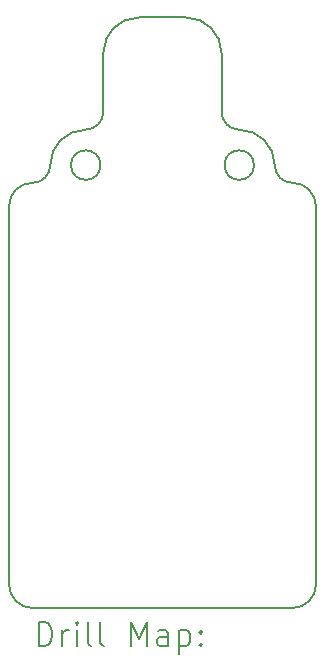
<source format=gbr>
%TF.GenerationSoftware,KiCad,Pcbnew,9.0.3-9.0.3-0~ubuntu24.04.1*%
%TF.CreationDate,2025-08-01T09:33:34+02:00*%
%TF.ProjectId,PicoBalloon,5069636f-4261-46c6-9c6f-6f6e2e6b6963,rev?*%
%TF.SameCoordinates,Original*%
%TF.FileFunction,Drillmap*%
%TF.FilePolarity,Positive*%
%FSLAX45Y45*%
G04 Gerber Fmt 4.5, Leading zero omitted, Abs format (unit mm)*
G04 Created by KiCad (PCBNEW 9.0.3-9.0.3-0~ubuntu24.04.1) date 2025-08-01 09:33:34*
%MOMM*%
%LPD*%
G01*
G04 APERTURE LIST*
%ADD10C,0.200000*%
G04 APERTURE END LIST*
D10*
X15280000Y-7790000D02*
G75*
G02*
X15580000Y-8090000I0J-300000D01*
G01*
X15730000Y-8740000D02*
G75*
G02*
X15580000Y-8590000I0J150000D01*
G01*
X14580000Y-8590000D02*
G75*
G02*
X14430000Y-8740000I-150000J0D01*
G01*
X14130000Y-9040000D02*
G75*
G02*
X14430000Y-8740000I300000J0D01*
G01*
X15580000Y-8090000D02*
X15580000Y-8590000D01*
X15730000Y-8740000D02*
G75*
G02*
X16030000Y-9040000I0J-300000D01*
G01*
X16180000Y-9190000D02*
G75*
G02*
X16030000Y-9040000I0J150000D01*
G01*
X13980000Y-12790000D02*
G75*
G02*
X13780000Y-12590000I0J200000D01*
G01*
X15855000Y-9040000D02*
G75*
G02*
X15605000Y-9040000I-125000J0D01*
G01*
X15605000Y-9040000D02*
G75*
G02*
X15855000Y-9040000I125000J0D01*
G01*
X14130000Y-9040000D02*
G75*
G02*
X13980000Y-9190000I-150000J0D01*
G01*
X13780000Y-9390000D02*
G75*
G02*
X13980000Y-9190000I200000J0D01*
G01*
X14580000Y-8090000D02*
G75*
G02*
X14880000Y-7790000I300000J0D01*
G01*
X13980000Y-12790000D02*
X16180000Y-12790000D01*
X16380000Y-12590000D02*
G75*
G02*
X16180000Y-12790000I-200000J0D01*
G01*
X14880000Y-7790000D02*
X15280000Y-7790000D01*
X16380000Y-9390000D02*
X16380000Y-12590000D01*
X13780000Y-9390000D02*
X13780000Y-12590000D01*
X16180000Y-9190000D02*
G75*
G02*
X16380000Y-9390000I0J-200000D01*
G01*
X14580000Y-8090000D02*
X14580000Y-8590000D01*
X14555000Y-9040000D02*
G75*
G02*
X14305000Y-9040000I-125000J0D01*
G01*
X14305000Y-9040000D02*
G75*
G02*
X14555000Y-9040000I125000J0D01*
G01*
X14030777Y-13111484D02*
X14030777Y-12911484D01*
X14030777Y-12911484D02*
X14078396Y-12911484D01*
X14078396Y-12911484D02*
X14106967Y-12921008D01*
X14106967Y-12921008D02*
X14126015Y-12940055D01*
X14126015Y-12940055D02*
X14135539Y-12959103D01*
X14135539Y-12959103D02*
X14145062Y-12997198D01*
X14145062Y-12997198D02*
X14145062Y-13025769D01*
X14145062Y-13025769D02*
X14135539Y-13063865D01*
X14135539Y-13063865D02*
X14126015Y-13082912D01*
X14126015Y-13082912D02*
X14106967Y-13101960D01*
X14106967Y-13101960D02*
X14078396Y-13111484D01*
X14078396Y-13111484D02*
X14030777Y-13111484D01*
X14230777Y-13111484D02*
X14230777Y-12978150D01*
X14230777Y-13016246D02*
X14240301Y-12997198D01*
X14240301Y-12997198D02*
X14249824Y-12987674D01*
X14249824Y-12987674D02*
X14268872Y-12978150D01*
X14268872Y-12978150D02*
X14287920Y-12978150D01*
X14354586Y-13111484D02*
X14354586Y-12978150D01*
X14354586Y-12911484D02*
X14345062Y-12921008D01*
X14345062Y-12921008D02*
X14354586Y-12930531D01*
X14354586Y-12930531D02*
X14364110Y-12921008D01*
X14364110Y-12921008D02*
X14354586Y-12911484D01*
X14354586Y-12911484D02*
X14354586Y-12930531D01*
X14478396Y-13111484D02*
X14459348Y-13101960D01*
X14459348Y-13101960D02*
X14449824Y-13082912D01*
X14449824Y-13082912D02*
X14449824Y-12911484D01*
X14583158Y-13111484D02*
X14564110Y-13101960D01*
X14564110Y-13101960D02*
X14554586Y-13082912D01*
X14554586Y-13082912D02*
X14554586Y-12911484D01*
X14811729Y-13111484D02*
X14811729Y-12911484D01*
X14811729Y-12911484D02*
X14878396Y-13054341D01*
X14878396Y-13054341D02*
X14945062Y-12911484D01*
X14945062Y-12911484D02*
X14945062Y-13111484D01*
X15126015Y-13111484D02*
X15126015Y-13006722D01*
X15126015Y-13006722D02*
X15116491Y-12987674D01*
X15116491Y-12987674D02*
X15097443Y-12978150D01*
X15097443Y-12978150D02*
X15059348Y-12978150D01*
X15059348Y-12978150D02*
X15040301Y-12987674D01*
X15126015Y-13101960D02*
X15106967Y-13111484D01*
X15106967Y-13111484D02*
X15059348Y-13111484D01*
X15059348Y-13111484D02*
X15040301Y-13101960D01*
X15040301Y-13101960D02*
X15030777Y-13082912D01*
X15030777Y-13082912D02*
X15030777Y-13063865D01*
X15030777Y-13063865D02*
X15040301Y-13044817D01*
X15040301Y-13044817D02*
X15059348Y-13035293D01*
X15059348Y-13035293D02*
X15106967Y-13035293D01*
X15106967Y-13035293D02*
X15126015Y-13025769D01*
X15221253Y-12978150D02*
X15221253Y-13178150D01*
X15221253Y-12987674D02*
X15240301Y-12978150D01*
X15240301Y-12978150D02*
X15278396Y-12978150D01*
X15278396Y-12978150D02*
X15297443Y-12987674D01*
X15297443Y-12987674D02*
X15306967Y-12997198D01*
X15306967Y-12997198D02*
X15316491Y-13016246D01*
X15316491Y-13016246D02*
X15316491Y-13073388D01*
X15316491Y-13073388D02*
X15306967Y-13092436D01*
X15306967Y-13092436D02*
X15297443Y-13101960D01*
X15297443Y-13101960D02*
X15278396Y-13111484D01*
X15278396Y-13111484D02*
X15240301Y-13111484D01*
X15240301Y-13111484D02*
X15221253Y-13101960D01*
X15402205Y-13092436D02*
X15411729Y-13101960D01*
X15411729Y-13101960D02*
X15402205Y-13111484D01*
X15402205Y-13111484D02*
X15392682Y-13101960D01*
X15392682Y-13101960D02*
X15402205Y-13092436D01*
X15402205Y-13092436D02*
X15402205Y-13111484D01*
X15402205Y-12987674D02*
X15411729Y-12997198D01*
X15411729Y-12997198D02*
X15402205Y-13006722D01*
X15402205Y-13006722D02*
X15392682Y-12997198D01*
X15392682Y-12997198D02*
X15402205Y-12987674D01*
X15402205Y-12987674D02*
X15402205Y-13006722D01*
M02*

</source>
